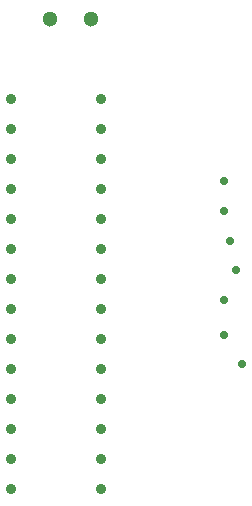
<source format=gbr>
%FSTAX23Y23*%
%MOIN*%
%SFA1B1*%

%IPPOS*%
%ADD34C,0.051181*%
%ADD35C,0.035433*%
%ADD36C,0.028000*%
%LNpcb2_pth_drill-1*%
%LPD*%
G54D34*
X03946Y03374D03*
X03809D03*
G54D35*
X0398Y0181D03*
Y0191D03*
Y0201D03*
Y0211D03*
Y0221D03*
Y0231D03*
Y0241D03*
Y0251D03*
Y0261D03*
Y0271D03*
Y0281D03*
Y0291D03*
Y0301D03*
Y0311D03*
X0368Y0181D03*
Y0191D03*
Y0201D03*
Y0211D03*
Y0221D03*
Y0231D03*
Y0241D03*
Y0251D03*
Y0261D03*
Y0271D03*
Y0281D03*
Y0291D03*
Y0301D03*
Y0311D03*
G54D36*
X04389Y02834D03*
Y02736D03*
X04409Y02637D03*
X04429Y02539D03*
X04389Y0244D03*
Y02322D03*
X04448Y02224D03*
M02*
</source>
